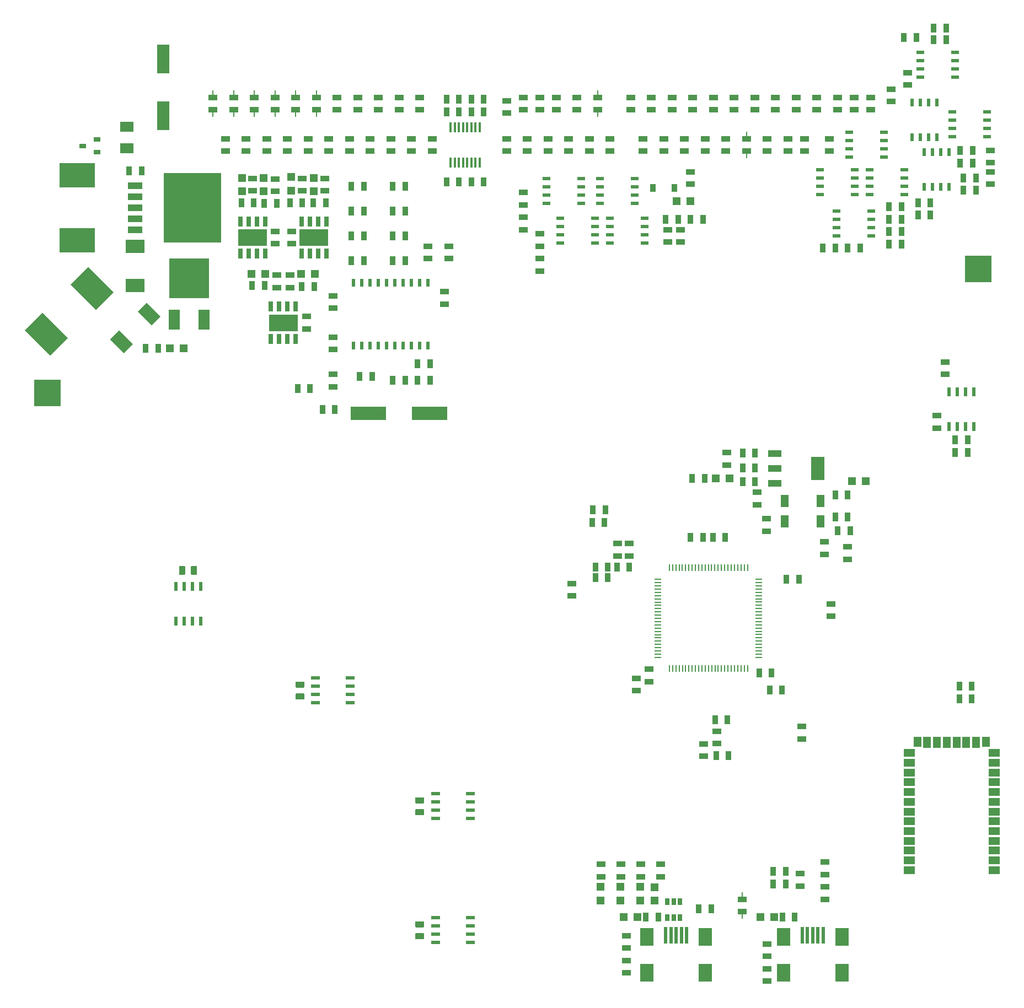
<source format=gtp>
G04 (created by PCBNEW (2013-07-07 BZR 4022)-stable) date 18/12/2014 23:20:11*
%MOIN*%
G04 Gerber Fmt 3.4, Leading zero omitted, Abs format*
%FSLAX34Y34*%
G01*
G70*
G90*
G04 APERTURE LIST*
%ADD10C,0.00393701*%
%ADD11R,0.0748X0.1732*%
%ADD12R,0.04X0.01*%
%ADD13R,0.01X0.04*%
%ADD14R,0.0177X0.059*%
%ADD15R,0.055X0.035*%
%ADD16R,0.008X0.06*%
%ADD17R,0.035X0.055*%
%ADD18R,0.0472X0.0472*%
%ADD19R,0.08X0.144*%
%ADD20R,0.08X0.04*%
%ADD21R,0.0275591X0.0393701*%
%ADD22R,0.16X0.16*%
%ADD23R,0.1181X0.0787*%
%ADD24R,0.2165X0.1516*%
%ADD25R,0.09X0.042*%
%ADD26R,0.35X0.42*%
%ADD27R,0.065X0.12*%
%ADD28R,0.24X0.24*%
%ADD29R,0.08X0.06*%
%ADD30R,0.0394X0.0315*%
%ADD31R,0.2165X0.0787*%
%ADD32R,0.02X0.05*%
%ADD33R,0.045X0.02*%
%ADD34R,0.02X0.045*%
%ADD35R,0.038X0.05*%
%ADD36R,0.0236X0.0551*%
%ADD37R,0.175X0.1*%
%ADD38R,0.03X0.06*%
%ADD39R,0.02X0.1*%
%ADD40R,0.0787402X0.11*%
%ADD41R,0.0669X0.0472*%
%ADD42R,0.0472X0.0629*%
%ADD43R,0.0472X0.0669*%
%ADD44R,0.0551X0.0236*%
%ADD45R,0.045X0.025*%
%ADD46R,0.025X0.045*%
%ADD47R,0.0511811X0.0748031*%
G04 APERTURE END LIST*
G54D10*
G54D11*
X51750Y-26232D03*
X51750Y-22807D03*
G54D12*
X87750Y-54274D03*
X87750Y-58994D03*
X87750Y-58794D03*
X87750Y-58604D03*
X87750Y-58404D03*
X87750Y-58204D03*
X87750Y-58014D03*
X87750Y-57814D03*
X87750Y-57614D03*
X87750Y-57424D03*
X87750Y-57224D03*
X87750Y-57024D03*
X87750Y-56824D03*
X87750Y-56634D03*
X87750Y-56434D03*
X87750Y-56234D03*
X87750Y-56044D03*
X87750Y-55844D03*
X87750Y-55644D03*
X87750Y-55454D03*
X87750Y-55254D03*
X87750Y-55054D03*
X87750Y-54864D03*
X87750Y-54664D03*
X87750Y-54464D03*
G54D13*
X87060Y-59684D03*
X82340Y-59684D03*
X82540Y-59684D03*
X82730Y-59684D03*
X82930Y-59684D03*
X83130Y-59684D03*
X83320Y-59684D03*
X83520Y-59684D03*
X83720Y-59684D03*
X83910Y-59684D03*
X84110Y-59684D03*
X84310Y-59684D03*
X84510Y-59684D03*
X84700Y-59684D03*
X84900Y-59684D03*
X85100Y-59684D03*
X85290Y-59684D03*
X85490Y-59684D03*
X85690Y-59684D03*
X85880Y-59684D03*
X86080Y-59684D03*
X86280Y-59684D03*
X86470Y-59684D03*
X86670Y-59684D03*
X86870Y-59684D03*
X87060Y-53584D03*
X86860Y-53584D03*
X86670Y-53584D03*
X86470Y-53584D03*
X86270Y-53584D03*
X86080Y-53584D03*
X85880Y-53584D03*
X85680Y-53584D03*
X85490Y-53584D03*
X85290Y-53584D03*
X85090Y-53584D03*
X84890Y-53584D03*
X84700Y-53584D03*
X84500Y-53584D03*
X84300Y-53584D03*
X84110Y-53584D03*
X83910Y-53584D03*
X83710Y-53584D03*
X83520Y-53584D03*
X83320Y-53584D03*
X83120Y-53584D03*
X82930Y-53584D03*
X82730Y-53584D03*
X82530Y-53584D03*
X82340Y-53584D03*
G54D12*
X81650Y-54274D03*
X81650Y-54474D03*
X81650Y-54664D03*
X81650Y-54864D03*
X81650Y-55064D03*
X81650Y-55254D03*
X81650Y-55454D03*
X81650Y-55654D03*
X81650Y-55844D03*
X81650Y-56044D03*
X81650Y-56244D03*
X81650Y-56444D03*
X81650Y-56634D03*
X81650Y-56834D03*
X81650Y-57034D03*
X81650Y-57224D03*
X81650Y-57424D03*
X81650Y-57624D03*
X81650Y-57814D03*
X81650Y-58014D03*
X81650Y-58214D03*
X81650Y-58404D03*
X81650Y-58604D03*
X81650Y-58804D03*
X81650Y-58994D03*
G54D14*
X69125Y-29059D03*
X69375Y-29059D03*
X69625Y-29059D03*
X69875Y-29059D03*
X70125Y-29059D03*
X70375Y-29059D03*
X70625Y-29059D03*
X70875Y-29059D03*
X70875Y-26941D03*
X70625Y-26941D03*
X70375Y-26941D03*
X70125Y-26941D03*
X69875Y-26941D03*
X69625Y-26941D03*
X69375Y-26941D03*
X69125Y-26941D03*
G54D15*
X78000Y-25875D03*
X78000Y-25125D03*
G54D16*
X78000Y-25000D03*
X78000Y-26000D03*
G54D15*
X61000Y-25875D03*
X61000Y-25125D03*
G54D16*
X61000Y-25000D03*
X61000Y-26000D03*
G54D15*
X59750Y-25875D03*
X59750Y-25125D03*
G54D16*
X59750Y-25000D03*
X59750Y-26000D03*
G54D15*
X58500Y-25875D03*
X58500Y-25125D03*
G54D16*
X58500Y-25000D03*
X58500Y-26000D03*
G54D15*
X57250Y-25875D03*
X57250Y-25125D03*
G54D16*
X57250Y-25000D03*
X57250Y-26000D03*
G54D15*
X54750Y-25875D03*
X54750Y-25125D03*
G54D16*
X54750Y-26000D03*
X54750Y-25000D03*
G54D15*
X56000Y-25875D03*
X56000Y-25125D03*
G54D16*
X56000Y-26000D03*
X56000Y-25000D03*
G54D15*
X87000Y-28375D03*
X87000Y-27625D03*
G54D16*
X87000Y-28500D03*
X87000Y-27500D03*
G54D15*
X75500Y-25875D03*
X75500Y-25125D03*
X77500Y-28375D03*
X77500Y-27625D03*
X76750Y-25875D03*
X76750Y-25125D03*
X78750Y-28375D03*
X78750Y-27625D03*
X80750Y-28375D03*
X80750Y-27625D03*
X80000Y-25875D03*
X80000Y-25125D03*
X82000Y-28375D03*
X82000Y-27625D03*
X81250Y-25875D03*
X81250Y-25125D03*
X83250Y-28375D03*
X83250Y-27625D03*
X82500Y-25875D03*
X82500Y-25125D03*
X84500Y-28375D03*
X84500Y-27625D03*
X83750Y-25875D03*
X83750Y-25125D03*
X85750Y-28375D03*
X85750Y-27625D03*
X85000Y-25875D03*
X85000Y-25125D03*
X76250Y-28375D03*
X76250Y-27625D03*
X86250Y-25875D03*
X86250Y-25125D03*
X88250Y-28375D03*
X88250Y-27625D03*
X87500Y-25875D03*
X87500Y-25125D03*
X89500Y-28375D03*
X89500Y-27625D03*
X88750Y-25875D03*
X88750Y-25125D03*
X90500Y-28375D03*
X90500Y-27625D03*
X90000Y-25875D03*
X90000Y-25125D03*
X92000Y-28375D03*
X92000Y-27625D03*
X91250Y-25875D03*
X91250Y-25125D03*
X93500Y-25875D03*
X93500Y-25125D03*
X92500Y-25875D03*
X92500Y-25125D03*
X95750Y-25375D03*
X95750Y-24625D03*
X94500Y-25875D03*
X94500Y-25125D03*
X96750Y-24375D03*
X96750Y-23625D03*
G54D17*
X97275Y-21500D03*
X96525Y-21500D03*
G54D15*
X65500Y-28375D03*
X65500Y-27625D03*
X56750Y-28375D03*
X56750Y-27625D03*
X58000Y-28375D03*
X58000Y-27625D03*
X59250Y-28375D03*
X59250Y-27625D03*
X60500Y-28375D03*
X60500Y-27625D03*
X61750Y-28375D03*
X61750Y-27625D03*
X63000Y-28375D03*
X63000Y-27625D03*
X62250Y-25875D03*
X62250Y-25125D03*
X64250Y-28375D03*
X64250Y-27625D03*
X63500Y-25875D03*
X63500Y-25125D03*
X55500Y-28375D03*
X55500Y-27625D03*
X64750Y-25875D03*
X64750Y-25125D03*
X66750Y-28375D03*
X66750Y-27625D03*
X66000Y-25875D03*
X66000Y-25125D03*
X68000Y-28375D03*
X68000Y-27625D03*
X67250Y-25875D03*
X67250Y-25125D03*
X72500Y-28375D03*
X72500Y-27625D03*
X72500Y-26075D03*
X72500Y-25325D03*
X90350Y-63934D03*
X90350Y-63184D03*
G54D17*
X84975Y-51734D03*
X85725Y-51734D03*
X84375Y-51734D03*
X83625Y-51734D03*
G54D15*
X84425Y-64984D03*
X84425Y-64234D03*
G54D17*
X77875Y-53534D03*
X78625Y-53534D03*
X77875Y-54184D03*
X78625Y-54184D03*
G54D15*
X79200Y-52109D03*
X79200Y-52859D03*
X79900Y-52109D03*
X79900Y-52859D03*
X87650Y-49759D03*
X87650Y-49009D03*
G54D17*
X78475Y-50084D03*
X77725Y-50084D03*
X83725Y-48184D03*
X84475Y-48184D03*
G54D15*
X81100Y-60459D03*
X81100Y-59709D03*
G54D17*
X88525Y-59934D03*
X87775Y-59934D03*
X90175Y-54284D03*
X89425Y-54284D03*
G54D15*
X80350Y-60259D03*
X80350Y-61009D03*
X93100Y-53059D03*
X93100Y-52309D03*
G54D17*
X88400Y-60959D03*
X89150Y-60959D03*
X86775Y-48384D03*
X87525Y-48384D03*
X87525Y-47534D03*
X86775Y-47534D03*
G54D18*
X85137Y-48184D03*
X85963Y-48184D03*
G54D17*
X78425Y-50834D03*
X77675Y-50834D03*
X85100Y-62759D03*
X85850Y-62759D03*
G54D15*
X85200Y-64209D03*
X85200Y-63459D03*
G54D17*
X85175Y-64934D03*
X85925Y-64934D03*
G54D15*
X92125Y-55759D03*
X92125Y-56509D03*
X76450Y-54525D03*
X76450Y-55275D03*
X78200Y-72259D03*
X78200Y-71509D03*
X79400Y-72259D03*
X79400Y-71509D03*
X80600Y-72259D03*
X80600Y-71509D03*
X81800Y-72259D03*
X81800Y-71509D03*
G54D17*
X79925Y-53534D03*
X79175Y-53534D03*
G54D15*
X85800Y-47359D03*
X85800Y-46609D03*
G54D17*
X80925Y-74700D03*
X81675Y-74700D03*
X93125Y-49184D03*
X92375Y-49184D03*
G54D19*
X91300Y-47584D03*
G54D20*
X88700Y-47584D03*
X88700Y-48484D03*
X88700Y-46684D03*
G54D15*
X79750Y-76575D03*
X79750Y-75825D03*
X79750Y-77325D03*
X79750Y-78075D03*
X91700Y-52759D03*
X91700Y-52009D03*
X88200Y-51359D03*
X88200Y-50609D03*
G54D21*
X82974Y-73777D03*
X82600Y-73777D03*
X82225Y-73777D03*
X82225Y-74722D03*
X82600Y-74722D03*
X82974Y-74722D03*
G54D22*
X101000Y-35500D03*
G54D18*
X80590Y-72871D03*
X80590Y-73697D03*
X78190Y-72871D03*
X78190Y-73697D03*
X79390Y-72871D03*
X79390Y-73697D03*
X81450Y-72887D03*
X81450Y-73713D03*
X80413Y-74700D03*
X79587Y-74700D03*
X93377Y-48324D03*
X94203Y-48324D03*
G54D17*
X84125Y-74200D03*
X84875Y-74200D03*
X86775Y-46624D03*
X87525Y-46624D03*
X92515Y-51324D03*
X93265Y-51324D03*
X92375Y-50504D03*
X93125Y-50504D03*
X69625Y-26000D03*
X68875Y-26000D03*
X71125Y-26000D03*
X70375Y-26000D03*
X69625Y-25250D03*
X68875Y-25250D03*
X71125Y-25250D03*
X70375Y-25250D03*
X68875Y-30250D03*
X69625Y-30250D03*
X70375Y-30250D03*
X71125Y-30250D03*
G54D23*
X50056Y-36491D03*
X50056Y-34129D03*
G54D10*
G36*
X49360Y-40590D02*
X48525Y-39755D01*
X49081Y-39199D01*
X49916Y-40034D01*
X49360Y-40590D01*
X49360Y-40590D01*
G37*
G36*
X51030Y-38920D02*
X50195Y-38085D01*
X50751Y-37529D01*
X51586Y-38364D01*
X51030Y-38920D01*
X51030Y-38920D01*
G37*
G54D24*
X46556Y-29851D03*
X46556Y-33769D03*
G54D10*
G36*
X47211Y-35373D02*
X48742Y-36904D01*
X47670Y-37976D01*
X46139Y-36445D01*
X47211Y-35373D01*
X47211Y-35373D01*
G37*
G36*
X44441Y-38143D02*
X45972Y-39674D01*
X44900Y-40746D01*
X43369Y-39215D01*
X44441Y-38143D01*
X44441Y-38143D01*
G37*
G54D17*
X50681Y-40310D03*
X51431Y-40310D03*
G54D18*
X52143Y-40310D03*
X52969Y-40310D03*
G54D25*
X50056Y-30470D03*
G54D26*
X53506Y-31810D03*
G54D25*
X50056Y-31810D03*
X50056Y-31140D03*
X50056Y-32480D03*
X50056Y-33150D03*
G54D27*
X52406Y-38560D03*
G54D28*
X53306Y-36060D03*
G54D27*
X54206Y-38560D03*
G54D17*
X49681Y-29560D03*
X50431Y-29560D03*
G54D29*
X49556Y-28210D03*
X49556Y-26910D03*
G54D30*
X46873Y-28060D03*
X47739Y-27685D03*
X47739Y-28435D03*
G54D17*
X67875Y-42250D03*
X67125Y-42250D03*
X65625Y-42250D03*
X66375Y-42250D03*
G54D31*
X64150Y-44250D03*
X67850Y-44250D03*
G54D32*
X67750Y-36350D03*
X67250Y-36350D03*
X66750Y-36350D03*
X66250Y-36350D03*
X65750Y-36350D03*
X65250Y-36350D03*
X64750Y-36350D03*
X64250Y-36350D03*
X63750Y-36350D03*
X63250Y-36350D03*
X63250Y-40150D03*
X63750Y-40150D03*
X64250Y-40150D03*
X64750Y-40150D03*
X65250Y-40150D03*
X65750Y-40150D03*
X66250Y-40150D03*
X66750Y-40150D03*
X67250Y-40150D03*
X67750Y-40150D03*
G54D15*
X88250Y-76325D03*
X88250Y-77075D03*
G54D17*
X88625Y-71950D03*
X89375Y-71950D03*
X89375Y-72700D03*
X88625Y-72700D03*
G54D15*
X90250Y-72075D03*
X90250Y-72825D03*
X88250Y-77825D03*
X88250Y-78575D03*
G54D17*
X89925Y-74700D03*
X89175Y-74700D03*
X100625Y-60750D03*
X99875Y-60750D03*
X99875Y-61500D03*
X100625Y-61500D03*
G54D18*
X88663Y-74700D03*
X87837Y-74700D03*
G54D15*
X83000Y-33125D03*
X83000Y-33875D03*
G54D17*
X83625Y-32500D03*
X84375Y-32500D03*
G54D15*
X73500Y-32375D03*
X73500Y-33125D03*
X74500Y-34875D03*
X74500Y-35625D03*
G54D17*
X95625Y-34000D03*
X96375Y-34000D03*
X92375Y-34250D03*
X91625Y-34250D03*
X96375Y-33250D03*
X95625Y-33250D03*
X93875Y-34250D03*
X93125Y-34250D03*
G54D15*
X73500Y-30875D03*
X73500Y-31625D03*
X74500Y-33375D03*
X74500Y-34125D03*
G54D17*
X82125Y-32500D03*
X82875Y-32500D03*
G54D15*
X82250Y-33875D03*
X82250Y-33125D03*
G54D33*
X92450Y-33500D03*
X94550Y-33500D03*
X92450Y-33000D03*
X92450Y-32500D03*
X92450Y-32000D03*
X94550Y-33000D03*
X94550Y-32500D03*
X94550Y-32000D03*
X91450Y-31000D03*
X93550Y-31000D03*
X91450Y-30500D03*
X91450Y-30000D03*
X91450Y-29500D03*
X93550Y-30500D03*
X93550Y-30000D03*
X93550Y-29500D03*
X77000Y-30050D03*
X74900Y-30050D03*
X77000Y-30550D03*
X77000Y-31050D03*
X77000Y-31550D03*
X74900Y-30550D03*
X74900Y-31050D03*
X74900Y-31550D03*
X78150Y-31550D03*
X80250Y-31550D03*
X78150Y-31050D03*
X78150Y-30550D03*
X78150Y-30050D03*
X80250Y-31050D03*
X80250Y-30550D03*
X80250Y-30050D03*
X78750Y-33950D03*
X80850Y-33950D03*
X78750Y-33450D03*
X78750Y-32950D03*
X78750Y-32450D03*
X80850Y-33450D03*
X80850Y-32950D03*
X80850Y-32450D03*
X77850Y-32450D03*
X75750Y-32450D03*
X77850Y-32950D03*
X77850Y-33450D03*
X77850Y-33950D03*
X75750Y-32950D03*
X75750Y-33450D03*
X75750Y-33950D03*
G54D34*
X97000Y-25450D03*
X97000Y-27550D03*
X97500Y-25450D03*
X98000Y-25450D03*
X98500Y-25450D03*
X97500Y-27550D03*
X98000Y-27550D03*
X98500Y-27550D03*
G54D33*
X97500Y-23900D03*
X99600Y-23900D03*
X97500Y-23400D03*
X97500Y-22900D03*
X97500Y-22400D03*
X99600Y-23400D03*
X99600Y-22900D03*
X99600Y-22400D03*
X99450Y-27500D03*
X101550Y-27500D03*
X99450Y-27000D03*
X99450Y-26500D03*
X99450Y-26000D03*
X101550Y-27000D03*
X101550Y-26500D03*
X101550Y-26000D03*
G54D34*
X97750Y-28450D03*
X97750Y-30550D03*
X98250Y-28450D03*
X98750Y-28450D03*
X99250Y-28450D03*
X98250Y-30550D03*
X98750Y-30550D03*
X99250Y-30550D03*
G54D33*
X94450Y-31000D03*
X96550Y-31000D03*
X94450Y-30500D03*
X94450Y-30000D03*
X94450Y-29500D03*
X96550Y-30500D03*
X96550Y-30000D03*
X96550Y-29500D03*
X93200Y-28750D03*
X95300Y-28750D03*
X93200Y-28250D03*
X93200Y-27750D03*
X93200Y-27250D03*
X95300Y-28250D03*
X95300Y-27750D03*
X95300Y-27250D03*
G54D17*
X99075Y-20950D03*
X98325Y-20950D03*
G54D15*
X101750Y-28325D03*
X101750Y-29075D03*
G54D17*
X100675Y-28350D03*
X99925Y-28350D03*
X100875Y-30000D03*
X100125Y-30000D03*
X98125Y-31500D03*
X97375Y-31500D03*
X96375Y-31750D03*
X95625Y-31750D03*
G54D35*
X82640Y-30610D03*
X81350Y-30610D03*
G54D15*
X83600Y-29625D03*
X83600Y-30375D03*
G54D17*
X97375Y-32250D03*
X98125Y-32250D03*
X95625Y-32500D03*
X96375Y-32500D03*
X99925Y-29100D03*
X100675Y-29100D03*
X100125Y-30750D03*
X100875Y-30750D03*
G54D15*
X101750Y-29625D03*
X101750Y-30375D03*
G54D17*
X98325Y-21650D03*
X99075Y-21650D03*
G54D18*
X83613Y-31400D03*
X82787Y-31400D03*
G54D17*
X99625Y-46600D03*
X100375Y-46600D03*
X100375Y-45850D03*
X99625Y-45850D03*
G54D15*
X98500Y-44375D03*
X98500Y-45125D03*
G54D36*
X99250Y-42950D03*
X99250Y-45050D03*
X99750Y-42950D03*
X100250Y-42950D03*
X100750Y-42950D03*
X99750Y-45050D03*
X100250Y-45050D03*
X100750Y-45050D03*
G54D15*
X99000Y-41125D03*
X99000Y-41875D03*
G54D37*
X59000Y-38755D03*
G54D38*
X59750Y-37780D03*
X59250Y-37780D03*
X58750Y-37780D03*
X58250Y-37780D03*
X59750Y-39730D03*
X59250Y-39730D03*
X58750Y-39730D03*
X58250Y-39730D03*
G54D37*
X60850Y-33605D03*
G54D38*
X61600Y-32630D03*
X61100Y-32630D03*
X60600Y-32630D03*
X60100Y-32630D03*
X61600Y-34580D03*
X61100Y-34580D03*
X60600Y-34580D03*
X60100Y-34580D03*
G54D37*
X57150Y-33605D03*
G54D38*
X57900Y-32630D03*
X57400Y-32630D03*
X56900Y-32630D03*
X56400Y-32630D03*
X57900Y-34580D03*
X57400Y-34580D03*
X56900Y-34580D03*
X56400Y-34580D03*
G54D17*
X60875Y-36555D03*
X60125Y-36555D03*
G54D15*
X59400Y-35880D03*
X59400Y-36630D03*
G54D17*
X59400Y-31505D03*
X60150Y-31505D03*
X57850Y-31530D03*
X58600Y-31530D03*
G54D15*
X58500Y-30055D03*
X58500Y-30805D03*
X59500Y-33980D03*
X59500Y-33230D03*
X57150Y-30030D03*
X57150Y-30780D03*
G54D17*
X56475Y-31505D03*
X57225Y-31505D03*
G54D15*
X58600Y-35880D03*
X58600Y-36630D03*
G54D17*
X57125Y-36505D03*
X57875Y-36505D03*
G54D15*
X58500Y-33980D03*
X58500Y-33230D03*
X60150Y-30030D03*
X60150Y-30780D03*
X60400Y-39130D03*
X60400Y-38380D03*
X61500Y-30030D03*
X61500Y-30780D03*
G54D17*
X60825Y-31505D03*
X61575Y-31505D03*
G54D18*
X60913Y-35805D03*
X60087Y-35805D03*
X59475Y-30768D03*
X59475Y-29942D03*
X57825Y-30818D03*
X57825Y-29992D03*
X56500Y-30818D03*
X56500Y-29992D03*
X60850Y-30818D03*
X60850Y-29992D03*
X57087Y-35805D03*
X57913Y-35805D03*
G54D15*
X74500Y-25875D03*
X74500Y-25125D03*
X75000Y-28375D03*
X75000Y-27625D03*
X73500Y-25875D03*
X73500Y-25125D03*
X73750Y-28375D03*
X73750Y-27625D03*
G54D39*
X82120Y-75800D03*
X82435Y-75800D03*
X82750Y-75800D03*
X83064Y-75800D03*
X83379Y-75800D03*
G54D40*
X80978Y-78081D03*
X84521Y-78081D03*
X80978Y-75915D03*
X84521Y-75915D03*
G54D39*
X90370Y-75800D03*
X90685Y-75800D03*
X91000Y-75800D03*
X91314Y-75800D03*
X91629Y-75800D03*
G54D40*
X89228Y-78081D03*
X92771Y-78081D03*
X89228Y-75915D03*
X92771Y-75915D03*
G54D41*
X101959Y-65957D03*
X101959Y-65366D03*
X101959Y-64776D03*
X101959Y-66547D03*
X101959Y-67138D03*
X101959Y-67728D03*
X101959Y-68319D03*
X101959Y-68909D03*
X101959Y-69500D03*
X101959Y-70091D03*
X101959Y-70681D03*
X101959Y-71272D03*
X101959Y-71862D03*
G54D42*
X101467Y-64108D03*
G54D43*
X100875Y-64126D03*
X100285Y-64126D03*
X99695Y-64126D03*
X99105Y-64126D03*
X98515Y-64126D03*
X97925Y-64126D03*
G54D42*
X97335Y-64107D03*
G54D41*
X96841Y-64776D03*
X96841Y-65366D03*
X96841Y-65958D03*
X96841Y-66547D03*
X96841Y-67138D03*
X96841Y-67728D03*
X96841Y-68319D03*
X96841Y-68909D03*
X96841Y-69500D03*
X96841Y-70091D03*
X96841Y-70681D03*
X96841Y-71272D03*
X96841Y-71862D03*
G54D44*
X70300Y-74750D03*
X68200Y-74750D03*
X70300Y-75250D03*
X70300Y-75750D03*
X70300Y-76250D03*
X68200Y-75250D03*
X68200Y-75750D03*
X68200Y-76250D03*
G54D15*
X67250Y-75125D03*
X67250Y-75875D03*
G54D45*
X67250Y-75200D03*
X67250Y-75800D03*
G54D44*
X70300Y-67250D03*
X68200Y-67250D03*
X70300Y-67750D03*
X70300Y-68250D03*
X70300Y-68750D03*
X68200Y-67750D03*
X68200Y-68250D03*
X68200Y-68750D03*
G54D15*
X67250Y-67625D03*
X67250Y-68375D03*
G54D45*
X67250Y-67700D03*
X67250Y-68300D03*
G54D44*
X63050Y-60250D03*
X60950Y-60250D03*
X63050Y-60750D03*
X63050Y-61250D03*
X63050Y-61750D03*
X60950Y-60750D03*
X60950Y-61250D03*
X60950Y-61750D03*
G54D15*
X60000Y-60625D03*
X60000Y-61375D03*
G54D45*
X60000Y-60700D03*
X60000Y-61300D03*
G54D36*
X54000Y-56800D03*
X54000Y-54700D03*
X53500Y-56800D03*
X53000Y-56800D03*
X52500Y-56800D03*
X53500Y-54700D03*
X53000Y-54700D03*
X52500Y-54700D03*
G54D17*
X53625Y-53750D03*
X52875Y-53750D03*
G54D46*
X53550Y-53750D03*
X52950Y-53750D03*
G54D47*
X89317Y-50779D03*
X91482Y-50779D03*
X91482Y-49520D03*
X89317Y-49520D03*
G54D22*
X44750Y-43000D03*
G54D16*
X86750Y-73500D03*
G54D15*
X86750Y-74375D03*
X86750Y-73625D03*
G54D16*
X86750Y-74500D03*
G54D15*
X68750Y-37625D03*
X68750Y-36875D03*
X67750Y-34125D03*
X67750Y-34875D03*
X62000Y-42625D03*
X62000Y-41875D03*
X69000Y-34125D03*
X69000Y-34875D03*
G54D17*
X67875Y-41250D03*
X67125Y-41250D03*
G54D15*
X62000Y-40375D03*
X62000Y-39625D03*
G54D17*
X65625Y-33500D03*
X66375Y-33500D03*
X63125Y-30500D03*
X63875Y-30500D03*
X66375Y-30500D03*
X65625Y-30500D03*
X62125Y-44000D03*
X61375Y-44000D03*
X60625Y-42750D03*
X59875Y-42750D03*
X63875Y-33500D03*
X63125Y-33500D03*
X63625Y-42000D03*
X64375Y-42000D03*
G54D15*
X91750Y-71375D03*
X91750Y-72125D03*
X91750Y-72875D03*
X91750Y-73625D03*
G54D17*
X65625Y-35000D03*
X66375Y-35000D03*
X63875Y-35000D03*
X63125Y-35000D03*
X63125Y-32000D03*
X63875Y-32000D03*
X66375Y-32000D03*
X65625Y-32000D03*
G54D15*
X62000Y-37875D03*
X62000Y-37125D03*
M02*

</source>
